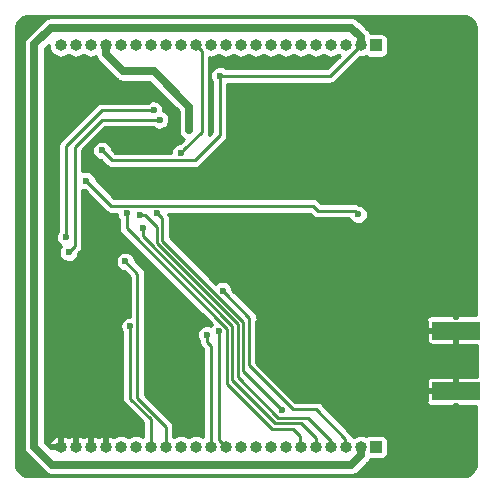
<source format=gbr>
G04 #@! TF.GenerationSoftware,KiCad,Pcbnew,5.99.0-unknown-fd0d5fd~86~ubuntu18.04.1*
G04 #@! TF.CreationDate,2020-01-16T10:32:26-05:00*
G04 #@! TF.ProjectId,bc26_module_board,62633236-5f6d-46f6-9475-6c655f626f61,rev?*
G04 #@! TF.SameCoordinates,Original*
G04 #@! TF.FileFunction,Copper,L2,Bot*
G04 #@! TF.FilePolarity,Positive*
%FSLAX46Y46*%
G04 Gerber Fmt 4.6, Leading zero omitted, Abs format (unit mm)*
G04 Created by KiCad (PCBNEW 5.99.0-unknown-fd0d5fd~86~ubuntu18.04.1) date 2020-01-16 10:32:26*
%MOMM*%
%LPD*%
G04 APERTURE LIST*
%ADD10O,1.000000X1.000000*%
%ADD11R,1.000000X1.000000*%
%ADD12R,4.064000X1.524000*%
%ADD13C,0.600000*%
%ADD14C,0.250000*%
%ADD15C,0.700000*%
%ADD16C,0.254000*%
G04 APERTURE END LIST*
D10*
X74330000Y-107000000D03*
X75600000Y-107000000D03*
X76870000Y-107000000D03*
X78140000Y-107000000D03*
X79410000Y-107000000D03*
X80680000Y-107000000D03*
X81950000Y-107000000D03*
X83220000Y-107000000D03*
X84490000Y-107000000D03*
X85760000Y-107000000D03*
X87030000Y-107000000D03*
X88300000Y-107000000D03*
X89570000Y-107000000D03*
X90840000Y-107000000D03*
X92110000Y-107000000D03*
X93380000Y-107000000D03*
X94650000Y-107000000D03*
X95920000Y-107000000D03*
X97190000Y-107000000D03*
X98460000Y-107000000D03*
X99730000Y-107000000D03*
D11*
X101000000Y-107000000D03*
D10*
X74330000Y-73000000D03*
X75600000Y-73000000D03*
X76870000Y-73000000D03*
X78140000Y-73000000D03*
X79410000Y-73000000D03*
X80680000Y-73000000D03*
X81950000Y-73000000D03*
X83220000Y-73000000D03*
X84490000Y-73000000D03*
X85760000Y-73000000D03*
X87030000Y-73000000D03*
X88300000Y-73000000D03*
X89570000Y-73000000D03*
X90840000Y-73000000D03*
X92110000Y-73000000D03*
X93380000Y-73000000D03*
X94650000Y-73000000D03*
X95920000Y-73000000D03*
X97190000Y-73000000D03*
X98460000Y-73000000D03*
X99730000Y-73000000D03*
D11*
X101000000Y-73000000D03*
D12*
X107768000Y-102240000D03*
X107768000Y-97160000D03*
D13*
X75000000Y-90500000D03*
X74750000Y-89250000D03*
X99500000Y-87300000D03*
X107800000Y-94800000D03*
X107800000Y-104400000D03*
X100200000Y-103500000D03*
X97600000Y-103500000D03*
X77700000Y-99300000D03*
X91800000Y-87600000D03*
X96800000Y-77000000D03*
X96800000Y-78700000D03*
X96800000Y-80600000D03*
X73500000Y-74900000D03*
X83900000Y-79600000D03*
X83900000Y-97300000D03*
X74900000Y-94300000D03*
X78200000Y-105300000D03*
X74300000Y-105300000D03*
X75600000Y-105300000D03*
X76900000Y-105300000D03*
X77800000Y-103900000D03*
X84000000Y-102000000D03*
X91600000Y-97600000D03*
X92300000Y-96500000D03*
X97100000Y-96400000D03*
X97700000Y-92000000D03*
X97700000Y-90900000D03*
X94400000Y-84300000D03*
X96800000Y-82400000D03*
X104400000Y-81500000D03*
X104200000Y-101800000D03*
X101200000Y-101800000D03*
X99700000Y-101800000D03*
X96700000Y-101800000D03*
X95200000Y-101800000D03*
X104200000Y-97600000D03*
X102700000Y-97600000D03*
X101200000Y-97600000D03*
X99700000Y-97600000D03*
X98200000Y-97600000D03*
X96700000Y-97600000D03*
X95200000Y-97600000D03*
X92200000Y-78200000D03*
X92700000Y-81700000D03*
X102600000Y-75300000D03*
X95800000Y-74800000D03*
X89600000Y-74800000D03*
X98200000Y-102500000D03*
X102700000Y-102500000D03*
X93700000Y-101800000D03*
X93700000Y-97600000D03*
X104200000Y-100900000D03*
X101200000Y-100900000D03*
X99700000Y-100900000D03*
X96700000Y-100900000D03*
X95200000Y-100900000D03*
X104200000Y-98500000D03*
X102700000Y-98500000D03*
X101200000Y-98500000D03*
X99700000Y-98500000D03*
X98200000Y-98500000D03*
X96700000Y-98500000D03*
X95200000Y-98500000D03*
X93700000Y-100900000D03*
X93700000Y-98500000D03*
X87787500Y-75587500D03*
X82700000Y-79300000D03*
X93100000Y-103900000D03*
X82200000Y-78500000D03*
X86700000Y-97500000D03*
X87700000Y-97200000D03*
X88028360Y-93771640D03*
X82500000Y-87225000D03*
X81074990Y-87400000D03*
X81258051Y-88441949D03*
X79900000Y-87225000D03*
X79800000Y-91300000D03*
X80200000Y-96800000D03*
X76450000Y-84450000D03*
X77800000Y-81900000D03*
X84500000Y-82100000D03*
X85200000Y-80200000D03*
D14*
X75299999Y-90200001D02*
X75000000Y-90500000D01*
X75500000Y-81600000D02*
X75500000Y-90000000D01*
X77800000Y-79300000D02*
X75500000Y-81600000D01*
X82700000Y-79300000D02*
X77800000Y-79300000D01*
X75500000Y-90000000D02*
X75299999Y-90200001D01*
X74750000Y-81550000D02*
X74750000Y-88825736D01*
X74750000Y-88825736D02*
X74750000Y-89250000D01*
X82200000Y-78500000D02*
X77800000Y-78500000D01*
X77800000Y-78500000D02*
X74750000Y-81550000D01*
X78600000Y-86600000D02*
X95700000Y-86600000D01*
X99200001Y-87000001D02*
X99500000Y-87300000D01*
X76450000Y-84450000D02*
X78600000Y-86600000D01*
X95700000Y-86600000D02*
X96100001Y-87000001D01*
X96100001Y-87000001D02*
X99200001Y-87000001D01*
D15*
X72100000Y-72900000D02*
X73500000Y-71500000D01*
X73600000Y-108500000D02*
X72100000Y-107000000D01*
X98937106Y-108500000D02*
X73600000Y-108500000D01*
X99730000Y-107000000D02*
X99730000Y-107707106D01*
X72100000Y-107000000D02*
X72100000Y-72900000D01*
X99730000Y-107707106D02*
X98937106Y-108500000D01*
X98937106Y-71500000D02*
X99730000Y-72292894D01*
X73500000Y-71500000D02*
X98937106Y-71500000D01*
X99730000Y-72292894D02*
X99730000Y-73000000D01*
D14*
X88211764Y-75587500D02*
X87787500Y-75587500D01*
X99730000Y-73000000D02*
X97142500Y-75587500D01*
X97142500Y-75587500D02*
X88211764Y-75587500D01*
X89600000Y-74800000D02*
X95800000Y-74800000D01*
X78625001Y-82725001D02*
X85674999Y-82725001D01*
X85674999Y-82725001D02*
X87787500Y-80612500D01*
X87787500Y-80612500D02*
X87787500Y-76011764D01*
X87787500Y-76011764D02*
X87787500Y-75587500D01*
X77800000Y-81900000D02*
X78625001Y-82725001D01*
X94000000Y-105500000D02*
X94600000Y-106100000D01*
X92200000Y-105500000D02*
X94000000Y-105500000D01*
X88400000Y-101700000D02*
X92200000Y-105500000D01*
X88400000Y-97000000D02*
X88400000Y-101700000D01*
X79900000Y-87225000D02*
X79900000Y-88500000D01*
X79900000Y-88500000D02*
X88400000Y-97000000D01*
X94600000Y-106100000D02*
X94600000Y-106950000D01*
X94600000Y-106950000D02*
X94650000Y-107000000D01*
X92475013Y-104975013D02*
X88850011Y-101350011D01*
X88850011Y-96750011D02*
X81258051Y-89158051D01*
X88850011Y-101350011D02*
X88850011Y-96750011D01*
X94675013Y-104975013D02*
X92475013Y-104975013D01*
X95920000Y-107000000D02*
X95920000Y-106220000D01*
X81258051Y-89158051D02*
X81258051Y-88866213D01*
X95920000Y-106220000D02*
X94675013Y-104975013D01*
X81258051Y-88866213D02*
X81258051Y-88441949D01*
X89300022Y-96563611D02*
X82452776Y-89716366D01*
X97190000Y-107000000D02*
X97190000Y-106490000D01*
X89300022Y-101100022D02*
X89300022Y-96563611D01*
X92725002Y-104525002D02*
X89300022Y-101100022D01*
X82452776Y-88353522D02*
X81499254Y-87400000D01*
X95225002Y-104525002D02*
X92725002Y-104525002D01*
X97190000Y-106490000D02*
X95225002Y-104525002D01*
X82452776Y-89716366D02*
X82452776Y-88353522D01*
X81499254Y-87400000D02*
X81074990Y-87400000D01*
X90300000Y-100100000D02*
X90300000Y-96043280D01*
X98400000Y-106940000D02*
X98400000Y-106300000D01*
X94000000Y-103800000D02*
X90300000Y-100100000D01*
X95900000Y-103800000D02*
X94000000Y-103800000D01*
X98400000Y-106300000D02*
X95900000Y-103800000D01*
X98460000Y-107000000D02*
X98400000Y-106940000D01*
X90300000Y-96043280D02*
X88328359Y-94071639D01*
X88328359Y-94071639D02*
X88028360Y-93771640D01*
X89800000Y-96427179D02*
X89800000Y-100600000D01*
X89800000Y-100600000D02*
X92800001Y-103600001D01*
X82902787Y-89529966D02*
X89800000Y-96427179D01*
X82902786Y-87627786D02*
X82902787Y-89529966D01*
X82500000Y-87225000D02*
X82902786Y-87627786D01*
X92800001Y-103600001D02*
X93100000Y-103900000D01*
X87030000Y-98430000D02*
X86700000Y-98100000D01*
X87030000Y-107000000D02*
X87030000Y-98430000D01*
X86700000Y-98100000D02*
X86700000Y-97500000D01*
X87700000Y-106400000D02*
X87700000Y-97200000D01*
X88300000Y-107000000D02*
X87700000Y-106400000D01*
X79800000Y-91300000D02*
X80825001Y-92325001D01*
X80825001Y-92325001D02*
X80825001Y-102888591D01*
X80825001Y-102888591D02*
X83220000Y-105283590D01*
X83220000Y-105283590D02*
X83220000Y-106292894D01*
X83220000Y-106292894D02*
X83220000Y-107000000D01*
X80200000Y-102900000D02*
X81950000Y-104650000D01*
X81950000Y-104650000D02*
X81950000Y-107000000D01*
X80200000Y-96800000D02*
X80200000Y-102900000D01*
X86259999Y-73499999D02*
X86259999Y-80340001D01*
X85760000Y-73000000D02*
X86259999Y-73499999D01*
X86259999Y-80340001D02*
X84799999Y-81800001D01*
X84799999Y-81800001D02*
X84500000Y-82100000D01*
D15*
X78140000Y-73707106D02*
X79632894Y-75200000D01*
X82200000Y-75200000D02*
X85200000Y-78200000D01*
X78140000Y-73000000D02*
X78140000Y-73707106D01*
X79632894Y-75200000D02*
X82200000Y-75200000D01*
X85200000Y-78200000D02*
X85200000Y-79775736D01*
X85200000Y-79775736D02*
X85200000Y-80200000D01*
G36*
X108446608Y-70528388D02*
G01*
X108657969Y-70545765D01*
X108811703Y-70584380D01*
X108957064Y-70647585D01*
X108991989Y-70670179D01*
X109329111Y-71007301D01*
X109382222Y-71103511D01*
X109435134Y-71252930D01*
X109464565Y-71418151D01*
X109470071Y-71534917D01*
X109474000Y-71553890D01*
X109474001Y-95856007D01*
X107896000Y-95856007D01*
X107896000Y-96074000D01*
X107640001Y-96074000D01*
X107640001Y-95856007D01*
X105723590Y-95856007D01*
X105527643Y-95894984D01*
X105351008Y-96013008D01*
X105310255Y-96074000D01*
X90959215Y-96074000D01*
X90951000Y-96004588D01*
X90951000Y-95989253D01*
X90944717Y-95951506D01*
X90933123Y-95853549D01*
X90926567Y-95842464D01*
X90924409Y-95829497D01*
X90821496Y-95638766D01*
X90750652Y-95573278D01*
X88854407Y-93677035D01*
X88854655Y-93648656D01*
X88781681Y-93410709D01*
X88642250Y-93205159D01*
X88448544Y-93049693D01*
X88217687Y-92958057D01*
X87970091Y-92938352D01*
X87727647Y-92992324D01*
X87511790Y-93115196D01*
X87461805Y-93168332D01*
X83553787Y-89260315D01*
X83553785Y-87697238D01*
X83562045Y-87658875D01*
X83553785Y-87589086D01*
X83553785Y-87573760D01*
X83547507Y-87536043D01*
X83535909Y-87438055D01*
X83529351Y-87426967D01*
X83527193Y-87414002D01*
X83439242Y-87251000D01*
X95430348Y-87251000D01*
X95590564Y-87411217D01*
X95611851Y-87444184D01*
X95667040Y-87487692D01*
X95677876Y-87498529D01*
X95708994Y-87520766D01*
X95786473Y-87581846D01*
X95798950Y-87585050D01*
X95809644Y-87592692D01*
X96017282Y-87654788D01*
X96113685Y-87651001D01*
X98752245Y-87651001D01*
X98805051Y-87763474D01*
X98972052Y-87947328D01*
X99185732Y-88073950D01*
X99427197Y-88132143D01*
X99675099Y-88116764D01*
X99907520Y-88029171D01*
X100103911Y-87877109D01*
X100246907Y-87674022D01*
X100324022Y-87437386D01*
X100326295Y-87177016D01*
X100253321Y-86939069D01*
X100113890Y-86733519D01*
X99920184Y-86578053D01*
X99689327Y-86486417D01*
X99590101Y-86478520D01*
X99513530Y-86418157D01*
X99501050Y-86414952D01*
X99490356Y-86407310D01*
X99282719Y-86345214D01*
X99186327Y-86349001D01*
X96369654Y-86349001D01*
X96209441Y-86188789D01*
X96188151Y-86155817D01*
X96132956Y-86112304D01*
X96122124Y-86101472D01*
X96091020Y-86079244D01*
X96013529Y-86018156D01*
X96001049Y-86014951D01*
X95990355Y-86007309D01*
X95782718Y-85945213D01*
X95686326Y-85949000D01*
X78869652Y-85949000D01*
X77276047Y-84355396D01*
X77276295Y-84327016D01*
X77203321Y-84089069D01*
X77063890Y-83883519D01*
X76870184Y-83728053D01*
X76639327Y-83636417D01*
X76391731Y-83616712D01*
X76151000Y-83670303D01*
X76151000Y-81869651D01*
X78069652Y-79951000D01*
X82178248Y-79951000D01*
X82385732Y-80073950D01*
X82627197Y-80132143D01*
X82875099Y-80116764D01*
X83107520Y-80029171D01*
X83303911Y-79877109D01*
X83446907Y-79674022D01*
X83524022Y-79437386D01*
X83526295Y-79177016D01*
X83453321Y-78939069D01*
X83313890Y-78733519D01*
X83120184Y-78578052D01*
X83024870Y-78540219D01*
X83026295Y-78377016D01*
X82953321Y-78139069D01*
X82813890Y-77933519D01*
X82620184Y-77778053D01*
X82389327Y-77686417D01*
X82141731Y-77666712D01*
X81899287Y-77720684D01*
X81683430Y-77843556D01*
X81678309Y-77849000D01*
X77869450Y-77849000D01*
X77831089Y-77840741D01*
X77761308Y-77849000D01*
X77745973Y-77849000D01*
X77708226Y-77855283D01*
X77610269Y-77866877D01*
X77599184Y-77873433D01*
X77586217Y-77875591D01*
X77395486Y-77978504D01*
X77329974Y-78049374D01*
X74338791Y-81040558D01*
X74305817Y-81061849D01*
X74262305Y-81117043D01*
X74251473Y-81127875D01*
X74229238Y-81158989D01*
X74168154Y-81236475D01*
X74164950Y-81248953D01*
X74157310Y-81259644D01*
X74095213Y-81467282D01*
X74099000Y-81563674D01*
X74099001Y-88736459D01*
X74063245Y-88774469D01*
X73953779Y-88997424D01*
X73914710Y-89242710D01*
X73949492Y-89488642D01*
X74055051Y-89713474D01*
X74222052Y-89897328D01*
X74357399Y-89977532D01*
X74313245Y-90024469D01*
X74203779Y-90247424D01*
X74164710Y-90492710D01*
X74199492Y-90738642D01*
X74305051Y-90963474D01*
X74472052Y-91147328D01*
X74685732Y-91273950D01*
X74927197Y-91332143D01*
X75175099Y-91316764D01*
X75407520Y-91229171D01*
X75603911Y-91077109D01*
X75746907Y-90874022D01*
X75824022Y-90637386D01*
X75824381Y-90596270D01*
X75911209Y-90509442D01*
X75944183Y-90488151D01*
X75987696Y-90432956D01*
X75998528Y-90422124D01*
X76020756Y-90391020D01*
X76081844Y-90313529D01*
X76085049Y-90301048D01*
X76092690Y-90290355D01*
X76154787Y-90082719D01*
X76151000Y-89986326D01*
X76151000Y-85227630D01*
X76356506Y-85277157D01*
X78090562Y-87011214D01*
X78111850Y-87044183D01*
X78167039Y-87087691D01*
X78177875Y-87098528D01*
X78208991Y-87120764D01*
X78286474Y-87181846D01*
X78298952Y-87185050D01*
X78309643Y-87192690D01*
X78517281Y-87254787D01*
X78613674Y-87251000D01*
X79069418Y-87251000D01*
X79099492Y-87463642D01*
X79205051Y-87688474D01*
X79249000Y-87736859D01*
X79249001Y-88430545D01*
X79240741Y-88468911D01*
X79249001Y-88538701D01*
X79249001Y-88554025D01*
X79255276Y-88591726D01*
X79266876Y-88689728D01*
X79273434Y-88700818D01*
X79275593Y-88713785D01*
X79378505Y-88904514D01*
X79449374Y-88970025D01*
X87105619Y-96626271D01*
X87013245Y-96724469D01*
X87008669Y-96733789D01*
X86889327Y-96686417D01*
X86641731Y-96666712D01*
X86399287Y-96720684D01*
X86183430Y-96843556D01*
X86013245Y-97024469D01*
X85903779Y-97247424D01*
X85864710Y-97492710D01*
X85899492Y-97738642D01*
X86005051Y-97963474D01*
X86049000Y-98011859D01*
X86049000Y-98030549D01*
X86040741Y-98068911D01*
X86049000Y-98138693D01*
X86049000Y-98154024D01*
X86055278Y-98191743D01*
X86066876Y-98289730D01*
X86073434Y-98300818D01*
X86075592Y-98313783D01*
X86178504Y-98504514D01*
X86249387Y-98570038D01*
X86379001Y-98699652D01*
X86379000Y-106176731D01*
X86366389Y-106165376D01*
X86179610Y-106057540D01*
X85974492Y-105990893D01*
X85760000Y-105968349D01*
X85545508Y-105990893D01*
X85340390Y-106057540D01*
X85153611Y-106165376D01*
X85125000Y-106191138D01*
X85096389Y-106165376D01*
X84909610Y-106057540D01*
X84704492Y-105990893D01*
X84490000Y-105968349D01*
X84275508Y-105990893D01*
X84070390Y-106057540D01*
X83883611Y-106165376D01*
X83871000Y-106176731D01*
X83871000Y-105353041D01*
X83879259Y-105314679D01*
X83871000Y-105244897D01*
X83871000Y-105229563D01*
X83864718Y-105191826D01*
X83853124Y-105093860D01*
X83846566Y-105082772D01*
X83844408Y-105069806D01*
X83741496Y-104879076D01*
X83670626Y-104813564D01*
X81476001Y-102618940D01*
X81476001Y-92394451D01*
X81484260Y-92356090D01*
X81476001Y-92286309D01*
X81476001Y-92270974D01*
X81469718Y-92233227D01*
X81458124Y-92135270D01*
X81451568Y-92124185D01*
X81449410Y-92111218D01*
X81346497Y-91920487D01*
X81275640Y-91854987D01*
X80626047Y-91205395D01*
X80626295Y-91177016D01*
X80553321Y-90939069D01*
X80413890Y-90733519D01*
X80220184Y-90578053D01*
X79989327Y-90486417D01*
X79741731Y-90466712D01*
X79499287Y-90520684D01*
X79283430Y-90643556D01*
X79113245Y-90824469D01*
X79003779Y-91047424D01*
X78964710Y-91292710D01*
X78999492Y-91538642D01*
X79105051Y-91763474D01*
X79272052Y-91947328D01*
X79485732Y-92073950D01*
X79706504Y-92127156D01*
X80174001Y-92594654D01*
X80174001Y-95969280D01*
X80141731Y-95966712D01*
X79899287Y-96020684D01*
X79683430Y-96143556D01*
X79513245Y-96324469D01*
X79403779Y-96547424D01*
X79364710Y-96792710D01*
X79399492Y-97038642D01*
X79505051Y-97263474D01*
X79549000Y-97311859D01*
X79549001Y-102830546D01*
X79540742Y-102868911D01*
X79549001Y-102938700D01*
X79549001Y-102954025D01*
X79555276Y-102991726D01*
X79566876Y-103089728D01*
X79573434Y-103100818D01*
X79575593Y-103113785D01*
X79678505Y-103304514D01*
X79749374Y-103370025D01*
X81299000Y-104919652D01*
X81299001Y-106176732D01*
X81286389Y-106165376D01*
X81099610Y-106057540D01*
X80894492Y-105990893D01*
X80680000Y-105968349D01*
X80465508Y-105990893D01*
X80260390Y-106057540D01*
X80073611Y-106165376D01*
X80045000Y-106191138D01*
X80016389Y-106165376D01*
X79829610Y-106057540D01*
X79624492Y-105990893D01*
X79410000Y-105968349D01*
X79195508Y-105990893D01*
X78990390Y-106057540D01*
X78803611Y-106165376D01*
X78780978Y-106185755D01*
X78751118Y-106158869D01*
X78562882Y-106050191D01*
X78268000Y-105954377D01*
X78267999Y-107128000D01*
X78012000Y-107127999D01*
X78012001Y-105954378D01*
X77717118Y-106050191D01*
X77528882Y-106158869D01*
X77505000Y-106180373D01*
X77481118Y-106158869D01*
X77292882Y-106050191D01*
X76998000Y-105954377D01*
X76997999Y-107128000D01*
X76742000Y-107127999D01*
X76742001Y-105954378D01*
X76447118Y-106050191D01*
X76258882Y-106158869D01*
X76235000Y-106180373D01*
X76211118Y-106158869D01*
X76022882Y-106050191D01*
X75728000Y-105954377D01*
X75727999Y-107128000D01*
X75472000Y-107127999D01*
X75472001Y-105954378D01*
X75177118Y-106050191D01*
X74988882Y-106158869D01*
X74965000Y-106180373D01*
X74941118Y-106158869D01*
X74752882Y-106050191D01*
X74458000Y-105954377D01*
X74457999Y-107128000D01*
X73466848Y-107127999D01*
X73210849Y-106872000D01*
X74202000Y-106872001D01*
X74202001Y-105954378D01*
X73907118Y-106050191D01*
X73718882Y-106158869D01*
X73557356Y-106304308D01*
X73429598Y-106480153D01*
X73341191Y-106678716D01*
X73300106Y-106872000D01*
X73210849Y-106872000D01*
X72976000Y-106637151D01*
X72976000Y-73262849D01*
X73304000Y-72934849D01*
X73304000Y-73107837D01*
X73348842Y-73318798D01*
X73436564Y-73515825D01*
X73563334Y-73690309D01*
X73723611Y-73834624D01*
X73910390Y-73942460D01*
X74115508Y-74009107D01*
X74330000Y-74031651D01*
X74544492Y-74009107D01*
X74749610Y-73942460D01*
X74936389Y-73834624D01*
X74965000Y-73808862D01*
X74993611Y-73834624D01*
X75180390Y-73942460D01*
X75385508Y-74009107D01*
X75600000Y-74031651D01*
X75814492Y-74009107D01*
X76019610Y-73942460D01*
X76206389Y-73834624D01*
X76235000Y-73808862D01*
X76263611Y-73834624D01*
X76450390Y-73942460D01*
X76655508Y-74009107D01*
X76870000Y-74031651D01*
X77084492Y-74009107D01*
X77288748Y-73942740D01*
X77290575Y-73955496D01*
X77327939Y-74037671D01*
X77358727Y-74122957D01*
X77379447Y-74150957D01*
X77394433Y-74183917D01*
X77461013Y-74261188D01*
X77477467Y-74283423D01*
X77497021Y-74302976D01*
X77558226Y-74374008D01*
X77586156Y-74392111D01*
X78944070Y-75750026D01*
X78958934Y-75773585D01*
X79033350Y-75839306D01*
X79057894Y-75863851D01*
X79079347Y-75879929D01*
X79147010Y-75939687D01*
X79179327Y-75954860D01*
X79207897Y-75976272D01*
X79292415Y-76007955D01*
X79374501Y-76046495D01*
X79408952Y-76051643D01*
X79442853Y-76064352D01*
X79544563Y-76071910D01*
X79571929Y-76076000D01*
X79599586Y-76076000D01*
X79693087Y-76082948D01*
X79725636Y-76076000D01*
X81837151Y-76076000D01*
X84324000Y-78562850D01*
X84324000Y-80262828D01*
X84350575Y-80448390D01*
X84454432Y-80676811D01*
X84618226Y-80866902D01*
X84736067Y-80943282D01*
X84404305Y-81275044D01*
X84199287Y-81320684D01*
X83983430Y-81443556D01*
X83813245Y-81624469D01*
X83703779Y-81847424D01*
X83667690Y-82074001D01*
X78894654Y-82074001D01*
X78626047Y-81805395D01*
X78626295Y-81777016D01*
X78553321Y-81539069D01*
X78413890Y-81333519D01*
X78220184Y-81178053D01*
X77989327Y-81086417D01*
X77741731Y-81066712D01*
X77499287Y-81120684D01*
X77283430Y-81243556D01*
X77113245Y-81424469D01*
X77003779Y-81647424D01*
X76964710Y-81892710D01*
X76999492Y-82138642D01*
X77105051Y-82363474D01*
X77272052Y-82547328D01*
X77485732Y-82673950D01*
X77706504Y-82727156D01*
X78115563Y-83136215D01*
X78136851Y-83169184D01*
X78192040Y-83212692D01*
X78202875Y-83223528D01*
X78233988Y-83245762D01*
X78311475Y-83306847D01*
X78323952Y-83310051D01*
X78334645Y-83317692D01*
X78542282Y-83379788D01*
X78638685Y-83376001D01*
X85605548Y-83376001D01*
X85643910Y-83384260D01*
X85713692Y-83376001D01*
X85729025Y-83376001D01*
X85766756Y-83369721D01*
X85864728Y-83358125D01*
X85875815Y-83351568D01*
X85888782Y-83349410D01*
X86079513Y-83246497D01*
X86145036Y-83175615D01*
X88198716Y-81121937D01*
X88231683Y-81100651D01*
X88275189Y-81045465D01*
X88286028Y-81034626D01*
X88308262Y-81003511D01*
X88369346Y-80926026D01*
X88372550Y-80913549D01*
X88380191Y-80902856D01*
X88442287Y-80695219D01*
X88438500Y-80598816D01*
X88438500Y-76238500D01*
X97073049Y-76238500D01*
X97111411Y-76246759D01*
X97181193Y-76238500D01*
X97196526Y-76238500D01*
X97234257Y-76232220D01*
X97332229Y-76220624D01*
X97343316Y-76214067D01*
X97356283Y-76211909D01*
X97547014Y-76108996D01*
X97612538Y-76038113D01*
X99629557Y-74021095D01*
X99730000Y-74031651D01*
X99944492Y-74009107D01*
X100149610Y-73942460D01*
X100184911Y-73922079D01*
X100294765Y-73995480D01*
X100487590Y-74033836D01*
X101512410Y-74033836D01*
X101705235Y-73995480D01*
X101879225Y-73879225D01*
X101995480Y-73705235D01*
X102033836Y-73512410D01*
X102033836Y-72487590D01*
X101995480Y-72294765D01*
X101879225Y-72120775D01*
X101705235Y-72004520D01*
X101512410Y-71966164D01*
X100543807Y-71966164D01*
X100542062Y-71962327D01*
X100511273Y-71877042D01*
X100490554Y-71849042D01*
X100475568Y-71816083D01*
X100408986Y-71738811D01*
X100392533Y-71716576D01*
X100372970Y-71697014D01*
X100311775Y-71625993D01*
X100283848Y-71607891D01*
X99625930Y-70949974D01*
X99611066Y-70926416D01*
X99536643Y-70860688D01*
X99512105Y-70836149D01*
X99490661Y-70820078D01*
X99422990Y-70760313D01*
X99390669Y-70745138D01*
X99362102Y-70723728D01*
X99277576Y-70692040D01*
X99195498Y-70653505D01*
X99161045Y-70648357D01*
X99127147Y-70635648D01*
X99025437Y-70628090D01*
X98998071Y-70624000D01*
X98970413Y-70624000D01*
X98876913Y-70617052D01*
X98844364Y-70624000D01*
X73598140Y-70624000D01*
X73570976Y-70617853D01*
X73471906Y-70624000D01*
X73437174Y-70624000D01*
X73410624Y-70627801D01*
X73320533Y-70633391D01*
X73286954Y-70645513D01*
X73251610Y-70650575D01*
X73169433Y-70687938D01*
X73084148Y-70718727D01*
X73056148Y-70739446D01*
X73023189Y-70754432D01*
X72945926Y-70821007D01*
X72923683Y-70837466D01*
X72904130Y-70857020D01*
X72833098Y-70918225D01*
X72814995Y-70946155D01*
X71549973Y-72211178D01*
X71526417Y-72226040D01*
X71460697Y-72300454D01*
X71436149Y-72325001D01*
X71420072Y-72346453D01*
X71360314Y-72414116D01*
X71345141Y-72446433D01*
X71323728Y-72475005D01*
X71292038Y-72559536D01*
X71253506Y-72641607D01*
X71248358Y-72676055D01*
X71235648Y-72709961D01*
X71228088Y-72811684D01*
X71224001Y-72839035D01*
X71224001Y-72866679D01*
X71217052Y-72960194D01*
X71224001Y-72992747D01*
X71224000Y-106901860D01*
X71217853Y-106929024D01*
X71224000Y-107028094D01*
X71224000Y-107062825D01*
X71227801Y-107089375D01*
X71233391Y-107179466D01*
X71245513Y-107213045D01*
X71250575Y-107248389D01*
X71287938Y-107330566D01*
X71318727Y-107415851D01*
X71339446Y-107443851D01*
X71354432Y-107476809D01*
X71421017Y-107554086D01*
X71437467Y-107576316D01*
X71457020Y-107595869D01*
X71518224Y-107666902D01*
X71546158Y-107685007D01*
X72911176Y-109050026D01*
X72926040Y-109073585D01*
X73000456Y-109139306D01*
X73025000Y-109163851D01*
X73046452Y-109179928D01*
X73114116Y-109239687D01*
X73146431Y-109254859D01*
X73175003Y-109276272D01*
X73259525Y-109307957D01*
X73341607Y-109346495D01*
X73376062Y-109351644D01*
X73409959Y-109364351D01*
X73511664Y-109371910D01*
X73539035Y-109376000D01*
X73566710Y-109376000D01*
X73660192Y-109382948D01*
X73692741Y-109376000D01*
X98838966Y-109376000D01*
X98866130Y-109382147D01*
X98965200Y-109376000D01*
X98999935Y-109376000D01*
X99026483Y-109372198D01*
X99116572Y-109366609D01*
X99150149Y-109354487D01*
X99185495Y-109349425D01*
X99267680Y-109312059D01*
X99352957Y-109281273D01*
X99380957Y-109260554D01*
X99413917Y-109245568D01*
X99491193Y-109178982D01*
X99513421Y-109162535D01*
X99532969Y-109142986D01*
X99604008Y-109081775D01*
X99622111Y-109053845D01*
X100280029Y-108395928D01*
X100303585Y-108381066D01*
X100369306Y-108306650D01*
X100393851Y-108282106D01*
X100409928Y-108260654D01*
X100469687Y-108192990D01*
X100484859Y-108160675D01*
X100506272Y-108132103D01*
X100537957Y-108047581D01*
X100544411Y-108033836D01*
X101512410Y-108033836D01*
X101705235Y-107995480D01*
X101879225Y-107879225D01*
X101995480Y-107705235D01*
X102033836Y-107512410D01*
X102033836Y-106487590D01*
X101995480Y-106294765D01*
X101879225Y-106120775D01*
X101705235Y-106004520D01*
X101512410Y-105966164D01*
X100487590Y-105966164D01*
X100294765Y-106004520D01*
X100184911Y-106077921D01*
X100149610Y-106057540D01*
X99944492Y-105990893D01*
X99730000Y-105968349D01*
X99515508Y-105990893D01*
X99310390Y-106057540D01*
X99123611Y-106165376D01*
X99095000Y-106191138D01*
X99066389Y-106165376D01*
X99037685Y-106148804D01*
X99033124Y-106110270D01*
X99026566Y-106099182D01*
X99024408Y-106086216D01*
X98921496Y-105895486D01*
X98850626Y-105829974D01*
X96416670Y-103396019D01*
X105326353Y-103350092D01*
X105351008Y-103386992D01*
X105527643Y-103505016D01*
X105723590Y-103543993D01*
X107640000Y-103543993D01*
X107640000Y-103338166D01*
X107895999Y-103336847D01*
X107895999Y-103543993D01*
X109474001Y-103543993D01*
X109474001Y-108436808D01*
X109471612Y-108446607D01*
X109454235Y-108657969D01*
X109415619Y-108811708D01*
X109352417Y-108957061D01*
X109329821Y-108991989D01*
X108992700Y-109329110D01*
X108896490Y-109382221D01*
X108747068Y-109435134D01*
X108581847Y-109464565D01*
X108465083Y-109470071D01*
X108446110Y-109474000D01*
X71563188Y-109474000D01*
X71553393Y-109471612D01*
X71342031Y-109454235D01*
X71188292Y-109415619D01*
X71042939Y-109352417D01*
X71008011Y-109329821D01*
X70670890Y-108992700D01*
X70617779Y-108896490D01*
X70564866Y-108747068D01*
X70535435Y-108581847D01*
X70529929Y-108465083D01*
X70526000Y-108446110D01*
X70526000Y-71563187D01*
X70528388Y-71553392D01*
X70545765Y-71342031D01*
X70584380Y-71188297D01*
X70647585Y-71042936D01*
X70670179Y-71008011D01*
X71007301Y-70670889D01*
X71103511Y-70617778D01*
X71252930Y-70564866D01*
X71418151Y-70535435D01*
X71534917Y-70529929D01*
X71553890Y-70526000D01*
X108436813Y-70526000D01*
X108446608Y-70528388D01*
G37*
D16*
X108446608Y-70528388D02*
X108657969Y-70545765D01*
X108811703Y-70584380D01*
X108957064Y-70647585D01*
X108991989Y-70670179D01*
X109329111Y-71007301D01*
X109382222Y-71103511D01*
X109435134Y-71252930D01*
X109464565Y-71418151D01*
X109470071Y-71534917D01*
X109474000Y-71553890D01*
X109474001Y-95856007D01*
X107896000Y-95856007D01*
X107896000Y-96074000D01*
X107640001Y-96074000D01*
X107640001Y-95856007D01*
X105723590Y-95856007D01*
X105527643Y-95894984D01*
X105351008Y-96013008D01*
X105310255Y-96074000D01*
X90959215Y-96074000D01*
X90951000Y-96004588D01*
X90951000Y-95989253D01*
X90944717Y-95951506D01*
X90933123Y-95853549D01*
X90926567Y-95842464D01*
X90924409Y-95829497D01*
X90821496Y-95638766D01*
X90750652Y-95573278D01*
X88854407Y-93677035D01*
X88854655Y-93648656D01*
X88781681Y-93410709D01*
X88642250Y-93205159D01*
X88448544Y-93049693D01*
X88217687Y-92958057D01*
X87970091Y-92938352D01*
X87727647Y-92992324D01*
X87511790Y-93115196D01*
X87461805Y-93168332D01*
X83553787Y-89260315D01*
X83553785Y-87697238D01*
X83562045Y-87658875D01*
X83553785Y-87589086D01*
X83553785Y-87573760D01*
X83547507Y-87536043D01*
X83535909Y-87438055D01*
X83529351Y-87426967D01*
X83527193Y-87414002D01*
X83439242Y-87251000D01*
X95430348Y-87251000D01*
X95590564Y-87411217D01*
X95611851Y-87444184D01*
X95667040Y-87487692D01*
X95677876Y-87498529D01*
X95708994Y-87520766D01*
X95786473Y-87581846D01*
X95798950Y-87585050D01*
X95809644Y-87592692D01*
X96017282Y-87654788D01*
X96113685Y-87651001D01*
X98752245Y-87651001D01*
X98805051Y-87763474D01*
X98972052Y-87947328D01*
X99185732Y-88073950D01*
X99427197Y-88132143D01*
X99675099Y-88116764D01*
X99907520Y-88029171D01*
X100103911Y-87877109D01*
X100246907Y-87674022D01*
X100324022Y-87437386D01*
X100326295Y-87177016D01*
X100253321Y-86939069D01*
X100113890Y-86733519D01*
X99920184Y-86578053D01*
X99689327Y-86486417D01*
X99590101Y-86478520D01*
X99513530Y-86418157D01*
X99501050Y-86414952D01*
X99490356Y-86407310D01*
X99282719Y-86345214D01*
X99186327Y-86349001D01*
X96369654Y-86349001D01*
X96209441Y-86188789D01*
X96188151Y-86155817D01*
X96132956Y-86112304D01*
X96122124Y-86101472D01*
X96091020Y-86079244D01*
X96013529Y-86018156D01*
X96001049Y-86014951D01*
X95990355Y-86007309D01*
X95782718Y-85945213D01*
X95686326Y-85949000D01*
X78869652Y-85949000D01*
X77276047Y-84355396D01*
X77276295Y-84327016D01*
X77203321Y-84089069D01*
X77063890Y-83883519D01*
X76870184Y-83728053D01*
X76639327Y-83636417D01*
X76391731Y-83616712D01*
X76151000Y-83670303D01*
X76151000Y-81869651D01*
X78069652Y-79951000D01*
X82178248Y-79951000D01*
X82385732Y-80073950D01*
X82627197Y-80132143D01*
X82875099Y-80116764D01*
X83107520Y-80029171D01*
X83303911Y-79877109D01*
X83446907Y-79674022D01*
X83524022Y-79437386D01*
X83526295Y-79177016D01*
X83453321Y-78939069D01*
X83313890Y-78733519D01*
X83120184Y-78578052D01*
X83024870Y-78540219D01*
X83026295Y-78377016D01*
X82953321Y-78139069D01*
X82813890Y-77933519D01*
X82620184Y-77778053D01*
X82389327Y-77686417D01*
X82141731Y-77666712D01*
X81899287Y-77720684D01*
X81683430Y-77843556D01*
X81678309Y-77849000D01*
X77869450Y-77849000D01*
X77831089Y-77840741D01*
X77761308Y-77849000D01*
X77745973Y-77849000D01*
X77708226Y-77855283D01*
X77610269Y-77866877D01*
X77599184Y-77873433D01*
X77586217Y-77875591D01*
X77395486Y-77978504D01*
X77329974Y-78049374D01*
X74338791Y-81040558D01*
X74305817Y-81061849D01*
X74262305Y-81117043D01*
X74251473Y-81127875D01*
X74229238Y-81158989D01*
X74168154Y-81236475D01*
X74164950Y-81248953D01*
X74157310Y-81259644D01*
X74095213Y-81467282D01*
X74099000Y-81563674D01*
X74099001Y-88736459D01*
X74063245Y-88774469D01*
X73953779Y-88997424D01*
X73914710Y-89242710D01*
X73949492Y-89488642D01*
X74055051Y-89713474D01*
X74222052Y-89897328D01*
X74357399Y-89977532D01*
X74313245Y-90024469D01*
X74203779Y-90247424D01*
X74164710Y-90492710D01*
X74199492Y-90738642D01*
X74305051Y-90963474D01*
X74472052Y-91147328D01*
X74685732Y-91273950D01*
X74927197Y-91332143D01*
X75175099Y-91316764D01*
X75407520Y-91229171D01*
X75603911Y-91077109D01*
X75746907Y-90874022D01*
X75824022Y-90637386D01*
X75824381Y-90596270D01*
X75911209Y-90509442D01*
X75944183Y-90488151D01*
X75987696Y-90432956D01*
X75998528Y-90422124D01*
X76020756Y-90391020D01*
X76081844Y-90313529D01*
X76085049Y-90301048D01*
X76092690Y-90290355D01*
X76154787Y-90082719D01*
X76151000Y-89986326D01*
X76151000Y-85227630D01*
X76356506Y-85277157D01*
X78090562Y-87011214D01*
X78111850Y-87044183D01*
X78167039Y-87087691D01*
X78177875Y-87098528D01*
X78208991Y-87120764D01*
X78286474Y-87181846D01*
X78298952Y-87185050D01*
X78309643Y-87192690D01*
X78517281Y-87254787D01*
X78613674Y-87251000D01*
X79069418Y-87251000D01*
X79099492Y-87463642D01*
X79205051Y-87688474D01*
X79249000Y-87736859D01*
X79249001Y-88430545D01*
X79240741Y-88468911D01*
X79249001Y-88538701D01*
X79249001Y-88554025D01*
X79255276Y-88591726D01*
X79266876Y-88689728D01*
X79273434Y-88700818D01*
X79275593Y-88713785D01*
X79378505Y-88904514D01*
X79449374Y-88970025D01*
X87105619Y-96626271D01*
X87013245Y-96724469D01*
X87008669Y-96733789D01*
X86889327Y-96686417D01*
X86641731Y-96666712D01*
X86399287Y-96720684D01*
X86183430Y-96843556D01*
X86013245Y-97024469D01*
X85903779Y-97247424D01*
X85864710Y-97492710D01*
X85899492Y-97738642D01*
X86005051Y-97963474D01*
X86049000Y-98011859D01*
X86049000Y-98030549D01*
X86040741Y-98068911D01*
X86049000Y-98138693D01*
X86049000Y-98154024D01*
X86055278Y-98191743D01*
X86066876Y-98289730D01*
X86073434Y-98300818D01*
X86075592Y-98313783D01*
X86178504Y-98504514D01*
X86249387Y-98570038D01*
X86379001Y-98699652D01*
X86379000Y-106176731D01*
X86366389Y-106165376D01*
X86179610Y-106057540D01*
X85974492Y-105990893D01*
X85760000Y-105968349D01*
X85545508Y-105990893D01*
X85340390Y-106057540D01*
X85153611Y-106165376D01*
X85125000Y-106191138D01*
X85096389Y-106165376D01*
X84909610Y-106057540D01*
X84704492Y-105990893D01*
X84490000Y-105968349D01*
X84275508Y-105990893D01*
X84070390Y-106057540D01*
X83883611Y-106165376D01*
X83871000Y-106176731D01*
X83871000Y-105353041D01*
X83879259Y-105314679D01*
X83871000Y-105244897D01*
X83871000Y-105229563D01*
X83864718Y-105191826D01*
X83853124Y-105093860D01*
X83846566Y-105082772D01*
X83844408Y-105069806D01*
X83741496Y-104879076D01*
X83670626Y-104813564D01*
X81476001Y-102618940D01*
X81476001Y-92394451D01*
X81484260Y-92356090D01*
X81476001Y-92286309D01*
X81476001Y-92270974D01*
X81469718Y-92233227D01*
X81458124Y-92135270D01*
X81451568Y-92124185D01*
X81449410Y-92111218D01*
X81346497Y-91920487D01*
X81275640Y-91854987D01*
X80626047Y-91205395D01*
X80626295Y-91177016D01*
X80553321Y-90939069D01*
X80413890Y-90733519D01*
X80220184Y-90578053D01*
X79989327Y-90486417D01*
X79741731Y-90466712D01*
X79499287Y-90520684D01*
X79283430Y-90643556D01*
X79113245Y-90824469D01*
X79003779Y-91047424D01*
X78964710Y-91292710D01*
X78999492Y-91538642D01*
X79105051Y-91763474D01*
X79272052Y-91947328D01*
X79485732Y-92073950D01*
X79706504Y-92127156D01*
X80174001Y-92594654D01*
X80174001Y-95969280D01*
X80141731Y-95966712D01*
X79899287Y-96020684D01*
X79683430Y-96143556D01*
X79513245Y-96324469D01*
X79403779Y-96547424D01*
X79364710Y-96792710D01*
X79399492Y-97038642D01*
X79505051Y-97263474D01*
X79549000Y-97311859D01*
X79549001Y-102830546D01*
X79540742Y-102868911D01*
X79549001Y-102938700D01*
X79549001Y-102954025D01*
X79555276Y-102991726D01*
X79566876Y-103089728D01*
X79573434Y-103100818D01*
X79575593Y-103113785D01*
X79678505Y-103304514D01*
X79749374Y-103370025D01*
X81299000Y-104919652D01*
X81299001Y-106176732D01*
X81286389Y-106165376D01*
X81099610Y-106057540D01*
X80894492Y-105990893D01*
X80680000Y-105968349D01*
X80465508Y-105990893D01*
X80260390Y-106057540D01*
X80073611Y-106165376D01*
X80045000Y-106191138D01*
X80016389Y-106165376D01*
X79829610Y-106057540D01*
X79624492Y-105990893D01*
X79410000Y-105968349D01*
X79195508Y-105990893D01*
X78990390Y-106057540D01*
X78803611Y-106165376D01*
X78780978Y-106185755D01*
X78751118Y-106158869D01*
X78562882Y-106050191D01*
X78268000Y-105954377D01*
X78267999Y-107128000D01*
X78012000Y-107127999D01*
X78012001Y-105954378D01*
X77717118Y-106050191D01*
X77528882Y-106158869D01*
X77505000Y-106180373D01*
X77481118Y-106158869D01*
X77292882Y-106050191D01*
X76998000Y-105954377D01*
X76997999Y-107128000D01*
X76742000Y-107127999D01*
X76742001Y-105954378D01*
X76447118Y-106050191D01*
X76258882Y-106158869D01*
X76235000Y-106180373D01*
X76211118Y-106158869D01*
X76022882Y-106050191D01*
X75728000Y-105954377D01*
X75727999Y-107128000D01*
X75472000Y-107127999D01*
X75472001Y-105954378D01*
X75177118Y-106050191D01*
X74988882Y-106158869D01*
X74965000Y-106180373D01*
X74941118Y-106158869D01*
X74752882Y-106050191D01*
X74458000Y-105954377D01*
X74457999Y-107128000D01*
X73466848Y-107127999D01*
X73210849Y-106872000D01*
X74202000Y-106872001D01*
X74202001Y-105954378D01*
X73907118Y-106050191D01*
X73718882Y-106158869D01*
X73557356Y-106304308D01*
X73429598Y-106480153D01*
X73341191Y-106678716D01*
X73300106Y-106872000D01*
X73210849Y-106872000D01*
X72976000Y-106637151D01*
X72976000Y-73262849D01*
X73304000Y-72934849D01*
X73304000Y-73107837D01*
X73348842Y-73318798D01*
X73436564Y-73515825D01*
X73563334Y-73690309D01*
X73723611Y-73834624D01*
X73910390Y-73942460D01*
X74115508Y-74009107D01*
X74330000Y-74031651D01*
X74544492Y-74009107D01*
X74749610Y-73942460D01*
X74936389Y-73834624D01*
X74965000Y-73808862D01*
X74993611Y-73834624D01*
X75180390Y-73942460D01*
X75385508Y-74009107D01*
X75600000Y-74031651D01*
X75814492Y-74009107D01*
X76019610Y-73942460D01*
X76206389Y-73834624D01*
X76235000Y-73808862D01*
X76263611Y-73834624D01*
X76450390Y-73942460D01*
X76655508Y-74009107D01*
X76870000Y-74031651D01*
X77084492Y-74009107D01*
X77288748Y-73942740D01*
X77290575Y-73955496D01*
X77327939Y-74037671D01*
X77358727Y-74122957D01*
X77379447Y-74150957D01*
X77394433Y-74183917D01*
X77461013Y-74261188D01*
X77477467Y-74283423D01*
X77497021Y-74302976D01*
X77558226Y-74374008D01*
X77586156Y-74392111D01*
X78944070Y-75750026D01*
X78958934Y-75773585D01*
X79033350Y-75839306D01*
X79057894Y-75863851D01*
X79079347Y-75879929D01*
X79147010Y-75939687D01*
X79179327Y-75954860D01*
X79207897Y-75976272D01*
X79292415Y-76007955D01*
X79374501Y-76046495D01*
X79408952Y-76051643D01*
X79442853Y-76064352D01*
X79544563Y-76071910D01*
X79571929Y-76076000D01*
X79599586Y-76076000D01*
X79693087Y-76082948D01*
X79725636Y-76076000D01*
X81837151Y-76076000D01*
X84324000Y-78562850D01*
X84324000Y-80262828D01*
X84350575Y-80448390D01*
X84454432Y-80676811D01*
X84618226Y-80866902D01*
X84736067Y-80943282D01*
X84404305Y-81275044D01*
X84199287Y-81320684D01*
X83983430Y-81443556D01*
X83813245Y-81624469D01*
X83703779Y-81847424D01*
X83667690Y-82074001D01*
X78894654Y-82074001D01*
X78626047Y-81805395D01*
X78626295Y-81777016D01*
X78553321Y-81539069D01*
X78413890Y-81333519D01*
X78220184Y-81178053D01*
X77989327Y-81086417D01*
X77741731Y-81066712D01*
X77499287Y-81120684D01*
X77283430Y-81243556D01*
X77113245Y-81424469D01*
X77003779Y-81647424D01*
X76964710Y-81892710D01*
X76999492Y-82138642D01*
X77105051Y-82363474D01*
X77272052Y-82547328D01*
X77485732Y-82673950D01*
X77706504Y-82727156D01*
X78115563Y-83136215D01*
X78136851Y-83169184D01*
X78192040Y-83212692D01*
X78202875Y-83223528D01*
X78233988Y-83245762D01*
X78311475Y-83306847D01*
X78323952Y-83310051D01*
X78334645Y-83317692D01*
X78542282Y-83379788D01*
X78638685Y-83376001D01*
X85605548Y-83376001D01*
X85643910Y-83384260D01*
X85713692Y-83376001D01*
X85729025Y-83376001D01*
X85766756Y-83369721D01*
X85864728Y-83358125D01*
X85875815Y-83351568D01*
X85888782Y-83349410D01*
X86079513Y-83246497D01*
X86145036Y-83175615D01*
X88198716Y-81121937D01*
X88231683Y-81100651D01*
X88275189Y-81045465D01*
X88286028Y-81034626D01*
X88308262Y-81003511D01*
X88369346Y-80926026D01*
X88372550Y-80913549D01*
X88380191Y-80902856D01*
X88442287Y-80695219D01*
X88438500Y-80598816D01*
X88438500Y-76238500D01*
X97073049Y-76238500D01*
X97111411Y-76246759D01*
X97181193Y-76238500D01*
X97196526Y-76238500D01*
X97234257Y-76232220D01*
X97332229Y-76220624D01*
X97343316Y-76214067D01*
X97356283Y-76211909D01*
X97547014Y-76108996D01*
X97612538Y-76038113D01*
X99629557Y-74021095D01*
X99730000Y-74031651D01*
X99944492Y-74009107D01*
X100149610Y-73942460D01*
X100184911Y-73922079D01*
X100294765Y-73995480D01*
X100487590Y-74033836D01*
X101512410Y-74033836D01*
X101705235Y-73995480D01*
X101879225Y-73879225D01*
X101995480Y-73705235D01*
X102033836Y-73512410D01*
X102033836Y-72487590D01*
X101995480Y-72294765D01*
X101879225Y-72120775D01*
X101705235Y-72004520D01*
X101512410Y-71966164D01*
X100543807Y-71966164D01*
X100542062Y-71962327D01*
X100511273Y-71877042D01*
X100490554Y-71849042D01*
X100475568Y-71816083D01*
X100408986Y-71738811D01*
X100392533Y-71716576D01*
X100372970Y-71697014D01*
X100311775Y-71625993D01*
X100283848Y-71607891D01*
X99625930Y-70949974D01*
X99611066Y-70926416D01*
X99536643Y-70860688D01*
X99512105Y-70836149D01*
X99490661Y-70820078D01*
X99422990Y-70760313D01*
X99390669Y-70745138D01*
X99362102Y-70723728D01*
X99277576Y-70692040D01*
X99195498Y-70653505D01*
X99161045Y-70648357D01*
X99127147Y-70635648D01*
X99025437Y-70628090D01*
X98998071Y-70624000D01*
X98970413Y-70624000D01*
X98876913Y-70617052D01*
X98844364Y-70624000D01*
X73598140Y-70624000D01*
X73570976Y-70617853D01*
X73471906Y-70624000D01*
X73437174Y-70624000D01*
X73410624Y-70627801D01*
X73320533Y-70633391D01*
X73286954Y-70645513D01*
X73251610Y-70650575D01*
X73169433Y-70687938D01*
X73084148Y-70718727D01*
X73056148Y-70739446D01*
X73023189Y-70754432D01*
X72945926Y-70821007D01*
X72923683Y-70837466D01*
X72904130Y-70857020D01*
X72833098Y-70918225D01*
X72814995Y-70946155D01*
X71549973Y-72211178D01*
X71526417Y-72226040D01*
X71460697Y-72300454D01*
X71436149Y-72325001D01*
X71420072Y-72346453D01*
X71360314Y-72414116D01*
X71345141Y-72446433D01*
X71323728Y-72475005D01*
X71292038Y-72559536D01*
X71253506Y-72641607D01*
X71248358Y-72676055D01*
X71235648Y-72709961D01*
X71228088Y-72811684D01*
X71224001Y-72839035D01*
X71224001Y-72866679D01*
X71217052Y-72960194D01*
X71224001Y-72992747D01*
X71224000Y-106901860D01*
X71217853Y-106929024D01*
X71224000Y-107028094D01*
X71224000Y-107062825D01*
X71227801Y-107089375D01*
X71233391Y-107179466D01*
X71245513Y-107213045D01*
X71250575Y-107248389D01*
X71287938Y-107330566D01*
X71318727Y-107415851D01*
X71339446Y-107443851D01*
X71354432Y-107476809D01*
X71421017Y-107554086D01*
X71437467Y-107576316D01*
X71457020Y-107595869D01*
X71518224Y-107666902D01*
X71546158Y-107685007D01*
X72911176Y-109050026D01*
X72926040Y-109073585D01*
X73000456Y-109139306D01*
X73025000Y-109163851D01*
X73046452Y-109179928D01*
X73114116Y-109239687D01*
X73146431Y-109254859D01*
X73175003Y-109276272D01*
X73259525Y-109307957D01*
X73341607Y-109346495D01*
X73376062Y-109351644D01*
X73409959Y-109364351D01*
X73511664Y-109371910D01*
X73539035Y-109376000D01*
X73566710Y-109376000D01*
X73660192Y-109382948D01*
X73692741Y-109376000D01*
X98838966Y-109376000D01*
X98866130Y-109382147D01*
X98965200Y-109376000D01*
X98999935Y-109376000D01*
X99026483Y-109372198D01*
X99116572Y-109366609D01*
X99150149Y-109354487D01*
X99185495Y-109349425D01*
X99267680Y-109312059D01*
X99352957Y-109281273D01*
X99380957Y-109260554D01*
X99413917Y-109245568D01*
X99491193Y-109178982D01*
X99513421Y-109162535D01*
X99532969Y-109142986D01*
X99604008Y-109081775D01*
X99622111Y-109053845D01*
X100280029Y-108395928D01*
X100303585Y-108381066D01*
X100369306Y-108306650D01*
X100393851Y-108282106D01*
X100409928Y-108260654D01*
X100469687Y-108192990D01*
X100484859Y-108160675D01*
X100506272Y-108132103D01*
X100537957Y-108047581D01*
X100544411Y-108033836D01*
X101512410Y-108033836D01*
X101705235Y-107995480D01*
X101879225Y-107879225D01*
X101995480Y-107705235D01*
X102033836Y-107512410D01*
X102033836Y-106487590D01*
X101995480Y-106294765D01*
X101879225Y-106120775D01*
X101705235Y-106004520D01*
X101512410Y-105966164D01*
X100487590Y-105966164D01*
X100294765Y-106004520D01*
X100184911Y-106077921D01*
X100149610Y-106057540D01*
X99944492Y-105990893D01*
X99730000Y-105968349D01*
X99515508Y-105990893D01*
X99310390Y-106057540D01*
X99123611Y-106165376D01*
X99095000Y-106191138D01*
X99066389Y-106165376D01*
X99037685Y-106148804D01*
X99033124Y-106110270D01*
X99026566Y-106099182D01*
X99024408Y-106086216D01*
X98921496Y-105895486D01*
X98850626Y-105829974D01*
X96416670Y-103396019D01*
X105326353Y-103350092D01*
X105351008Y-103386992D01*
X105527643Y-103505016D01*
X105723590Y-103543993D01*
X107640000Y-103543993D01*
X107640000Y-103338166D01*
X107895999Y-103336847D01*
X107895999Y-103543993D01*
X109474001Y-103543993D01*
X109474001Y-108436808D01*
X109471612Y-108446607D01*
X109454235Y-108657969D01*
X109415619Y-108811708D01*
X109352417Y-108957061D01*
X109329821Y-108991989D01*
X108992700Y-109329110D01*
X108896490Y-109382221D01*
X108747068Y-109435134D01*
X108581847Y-109464565D01*
X108465083Y-109470071D01*
X108446110Y-109474000D01*
X71563188Y-109474000D01*
X71553393Y-109471612D01*
X71342031Y-109454235D01*
X71188292Y-109415619D01*
X71042939Y-109352417D01*
X71008011Y-109329821D01*
X70670890Y-108992700D01*
X70617779Y-108896490D01*
X70564866Y-108747068D01*
X70535435Y-108581847D01*
X70529929Y-108465083D01*
X70526000Y-108446110D01*
X70526000Y-71563187D01*
X70528388Y-71553392D01*
X70545765Y-71342031D01*
X70584380Y-71188297D01*
X70647585Y-71042936D01*
X70670179Y-71008011D01*
X71007301Y-70670889D01*
X71103511Y-70617778D01*
X71252930Y-70564866D01*
X71418151Y-70535435D01*
X71534917Y-70529929D01*
X71553890Y-70526000D01*
X108436813Y-70526000D01*
X108446608Y-70528388D01*
G36*
X105304123Y-96385590D02*
G01*
X105304123Y-97032000D01*
X107896000Y-97032001D01*
X107895999Y-98353877D01*
X109574001Y-98353877D01*
X109574001Y-101046123D01*
X107896000Y-101046123D01*
X107895999Y-102368000D01*
X105304123Y-102367999D01*
X105304123Y-103014410D01*
X105320774Y-103098118D01*
X94135008Y-103155777D01*
X92444821Y-101465590D01*
X105304123Y-101465590D01*
X105304123Y-102112000D01*
X107640000Y-102112001D01*
X107640001Y-101046123D01*
X105723590Y-101046123D01*
X105569783Y-101076718D01*
X105428871Y-101170871D01*
X105334718Y-101311783D01*
X105304123Y-101465590D01*
X92444821Y-101465590D01*
X90851000Y-99871770D01*
X90851000Y-97934410D01*
X105304123Y-97934410D01*
X105334718Y-98088217D01*
X105428871Y-98229129D01*
X105569783Y-98323282D01*
X105723590Y-98353877D01*
X107640000Y-98353877D01*
X107640001Y-97288000D01*
X105304123Y-97287999D01*
X105304123Y-97934410D01*
X90851000Y-97934410D01*
X90851000Y-96326000D01*
X105315977Y-96326000D01*
X105304123Y-96385590D01*
G37*
X105304123Y-96385590D02*
X105304123Y-97032000D01*
X107896000Y-97032001D01*
X107895999Y-98353877D01*
X109574001Y-98353877D01*
X109574001Y-101046123D01*
X107896000Y-101046123D01*
X107895999Y-102368000D01*
X105304123Y-102367999D01*
X105304123Y-103014410D01*
X105320774Y-103098118D01*
X94135008Y-103155777D01*
X92444821Y-101465590D01*
X105304123Y-101465590D01*
X105304123Y-102112000D01*
X107640000Y-102112001D01*
X107640001Y-101046123D01*
X105723590Y-101046123D01*
X105569783Y-101076718D01*
X105428871Y-101170871D01*
X105334718Y-101311783D01*
X105304123Y-101465590D01*
X92444821Y-101465590D01*
X90851000Y-99871770D01*
X90851000Y-97934410D01*
X105304123Y-97934410D01*
X105334718Y-98088217D01*
X105428871Y-98229129D01*
X105569783Y-98323282D01*
X105723590Y-98353877D01*
X107640000Y-98353877D01*
X107640001Y-97288000D01*
X105304123Y-97287999D01*
X105304123Y-97934410D01*
X90851000Y-97934410D01*
X90851000Y-96326000D01*
X105315977Y-96326000D01*
X105304123Y-96385590D01*
G36*
X97853611Y-73834624D02*
G01*
X97930394Y-73878955D01*
X96872849Y-74936500D01*
X88296082Y-74936500D01*
X88207684Y-74865553D01*
X87976827Y-74773917D01*
X87729231Y-74754212D01*
X87486787Y-74808184D01*
X87270930Y-74931056D01*
X87100745Y-75111969D01*
X86991279Y-75334924D01*
X86952210Y-75580210D01*
X86986992Y-75826142D01*
X87092551Y-76050974D01*
X87136501Y-76099360D01*
X87136500Y-80342848D01*
X86854269Y-80625080D01*
X86914786Y-80422720D01*
X86910999Y-80326317D01*
X86910999Y-74019144D01*
X87030000Y-74031651D01*
X87244492Y-74009107D01*
X87449610Y-73942460D01*
X87636389Y-73834624D01*
X87665000Y-73808862D01*
X87693611Y-73834624D01*
X87880390Y-73942460D01*
X88085508Y-74009107D01*
X88300000Y-74031651D01*
X88514492Y-74009107D01*
X88719610Y-73942460D01*
X88906389Y-73834624D01*
X88935000Y-73808862D01*
X88963611Y-73834624D01*
X89150390Y-73942460D01*
X89355508Y-74009107D01*
X89570000Y-74031651D01*
X89784492Y-74009107D01*
X89989610Y-73942460D01*
X90176389Y-73834624D01*
X90205000Y-73808862D01*
X90233611Y-73834624D01*
X90420390Y-73942460D01*
X90625508Y-74009107D01*
X90840000Y-74031651D01*
X91054492Y-74009107D01*
X91259610Y-73942460D01*
X91446389Y-73834624D01*
X91475000Y-73808862D01*
X91503611Y-73834624D01*
X91690390Y-73942460D01*
X91895508Y-74009107D01*
X92110000Y-74031651D01*
X92324492Y-74009107D01*
X92529610Y-73942460D01*
X92716389Y-73834624D01*
X92745000Y-73808862D01*
X92773611Y-73834624D01*
X92960390Y-73942460D01*
X93165508Y-74009107D01*
X93380000Y-74031651D01*
X93594492Y-74009107D01*
X93799610Y-73942460D01*
X93986389Y-73834624D01*
X94015000Y-73808862D01*
X94043611Y-73834624D01*
X94230390Y-73942460D01*
X94435508Y-74009107D01*
X94650000Y-74031651D01*
X94864492Y-74009107D01*
X95069610Y-73942460D01*
X95256389Y-73834624D01*
X95285000Y-73808862D01*
X95313611Y-73834624D01*
X95500390Y-73942460D01*
X95705508Y-74009107D01*
X95920000Y-74031651D01*
X96134492Y-74009107D01*
X96339610Y-73942460D01*
X96526389Y-73834624D01*
X96555000Y-73808862D01*
X96583611Y-73834624D01*
X96770390Y-73942460D01*
X96975508Y-74009107D01*
X97190000Y-74031651D01*
X97404492Y-74009107D01*
X97609610Y-73942460D01*
X97796389Y-73834624D01*
X97825000Y-73808862D01*
X97853611Y-73834624D01*
G37*
X97853611Y-73834624D02*
X97930394Y-73878955D01*
X96872849Y-74936500D01*
X88296082Y-74936500D01*
X88207684Y-74865553D01*
X87976827Y-74773917D01*
X87729231Y-74754212D01*
X87486787Y-74808184D01*
X87270930Y-74931056D01*
X87100745Y-75111969D01*
X86991279Y-75334924D01*
X86952210Y-75580210D01*
X86986992Y-75826142D01*
X87092551Y-76050974D01*
X87136501Y-76099360D01*
X87136500Y-80342848D01*
X86854269Y-80625080D01*
X86914786Y-80422720D01*
X86910999Y-80326317D01*
X86910999Y-74019144D01*
X87030000Y-74031651D01*
X87244492Y-74009107D01*
X87449610Y-73942460D01*
X87636389Y-73834624D01*
X87665000Y-73808862D01*
X87693611Y-73834624D01*
X87880390Y-73942460D01*
X88085508Y-74009107D01*
X88300000Y-74031651D01*
X88514492Y-74009107D01*
X88719610Y-73942460D01*
X88906389Y-73834624D01*
X88935000Y-73808862D01*
X88963611Y-73834624D01*
X89150390Y-73942460D01*
X89355508Y-74009107D01*
X89570000Y-74031651D01*
X89784492Y-74009107D01*
X89989610Y-73942460D01*
X90176389Y-73834624D01*
X90205000Y-73808862D01*
X90233611Y-73834624D01*
X90420390Y-73942460D01*
X90625508Y-74009107D01*
X90840000Y-74031651D01*
X91054492Y-74009107D01*
X91259610Y-73942460D01*
X91446389Y-73834624D01*
X91475000Y-73808862D01*
X91503611Y-73834624D01*
X91690390Y-73942460D01*
X91895508Y-74009107D01*
X92110000Y-74031651D01*
X92324492Y-74009107D01*
X92529610Y-73942460D01*
X92716389Y-73834624D01*
X92745000Y-73808862D01*
X92773611Y-73834624D01*
X92960390Y-73942460D01*
X93165508Y-74009107D01*
X93380000Y-74031651D01*
X93594492Y-74009107D01*
X93799610Y-73942460D01*
X93986389Y-73834624D01*
X94015000Y-73808862D01*
X94043611Y-73834624D01*
X94230390Y-73942460D01*
X94435508Y-74009107D01*
X94650000Y-74031651D01*
X94864492Y-74009107D01*
X95069610Y-73942460D01*
X95256389Y-73834624D01*
X95285000Y-73808862D01*
X95313611Y-73834624D01*
X95500390Y-73942460D01*
X95705508Y-74009107D01*
X95920000Y-74031651D01*
X96134492Y-74009107D01*
X96339610Y-73942460D01*
X96526389Y-73834624D01*
X96555000Y-73808862D01*
X96583611Y-73834624D01*
X96770390Y-73942460D01*
X96975508Y-74009107D01*
X97190000Y-74031651D01*
X97404492Y-74009107D01*
X97609610Y-73942460D01*
X97796389Y-73834624D01*
X97825000Y-73808862D01*
X97853611Y-73834624D01*
M02*

</source>
